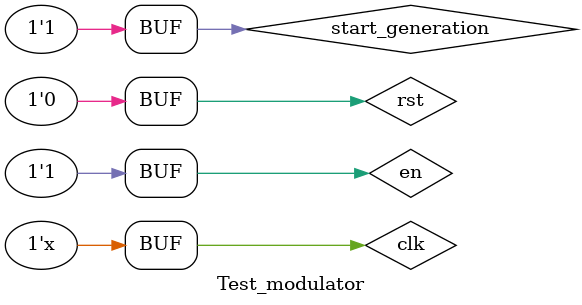
<source format=v>
`timescale 1ns / 1ps

module Test_modulator();

reg clk;    
initial clk=0;
always begin
    #5 clk = !clk;  // 100 MHz
end

reg en;
initial begin
 en = 0;
 #10 en = 1'b1;
end
 
 reg rst;
 initial begin
    rst = 1'b1;
    #30 rst = 1'b0;
 end


reg start_generation;
initial begin
 start_generation = 0;
 #100 start_generation = 1'b1;
end

wire [15:0] dac_out;
wire generation_complete;

Chirp_modulator Chirp_modulator_dut(
    .rst(rst)
    ,.en(en)
    ,.clk(clk)
    ,.start_generation(start_generation)
    ,.dac_out(dac_out)
    ,.generation_complete(generation_complete)
    );



endmodule

</source>
